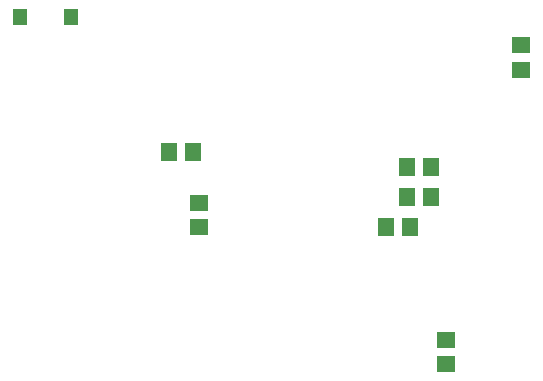
<source format=gbp>
G04 MADE WITH FRITZING*
G04 WWW.FRITZING.ORG*
G04 DOUBLE SIDED*
G04 HOLES PLATED*
G04 CONTOUR ON CENTER OF CONTOUR VECTOR*
%ASAXBY*%
%FSLAX23Y23*%
%MOIN*%
%OFA0B0*%
%SFA1.0B1.0*%
%ADD10R,0.055118X0.059055*%
%ADD11R,0.059055X0.055118*%
%ADD12R,0.050000X0.057874*%
%ADD13R,0.001000X0.001000*%
%LNPASTEMASK0*%
G90*
G70*
G54D10*
X1496Y858D03*
X1415Y858D03*
G54D11*
X1796Y1183D03*
X1796Y1264D03*
G54D10*
X1346Y658D03*
X1426Y658D03*
G54D11*
X1546Y283D03*
X1546Y203D03*
G54D10*
X1496Y758D03*
X1415Y758D03*
G54D11*
X721Y658D03*
X721Y739D03*
G54D10*
X621Y908D03*
X701Y908D03*
G54D12*
X296Y1358D03*
X126Y1358D03*
G54D13*
D02*
G04 End of PasteMask0*
M02*
</source>
